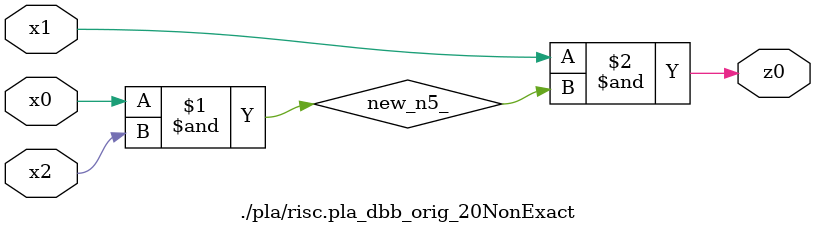
<source format=v>

module \./pla/risc.pla_dbb_orig_20NonExact  ( 
    x0, x1, x2,
    z0  );
  input  x0, x1, x2;
  output z0;
  wire new_n5_;
  assign new_n5_ = x0 & x2;
  assign z0 = x1 & new_n5_;
endmodule



</source>
